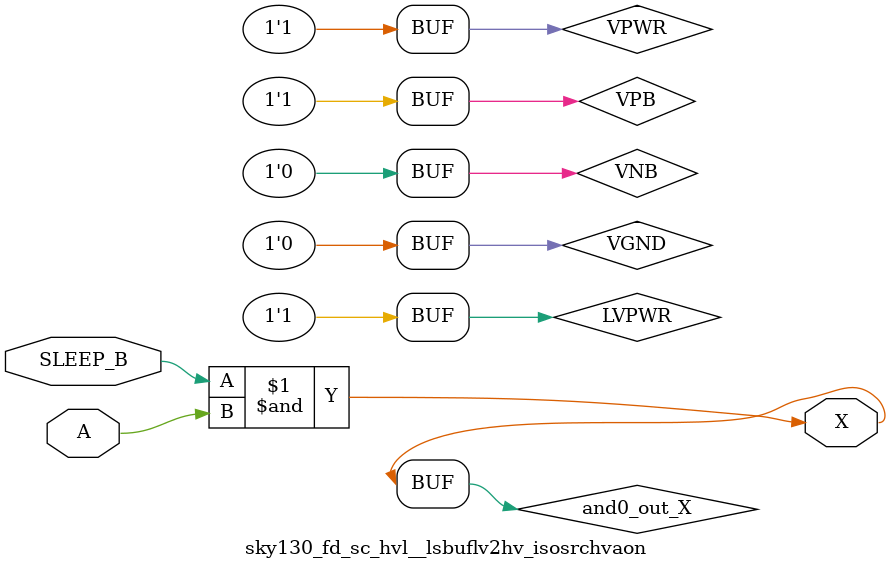
<source format=v>
/*
 * Copyright 2020 The SkyWater PDK Authors
 *
 * Licensed under the Apache License, Version 2.0 (the "License");
 * you may not use this file except in compliance with the License.
 * You may obtain a copy of the License at
 *
 *     https://www.apache.org/licenses/LICENSE-2.0
 *
 * Unless required by applicable law or agreed to in writing, software
 * distributed under the License is distributed on an "AS IS" BASIS,
 * WITHOUT WARRANTIES OR CONDITIONS OF ANY KIND, either express or implied.
 * See the License for the specific language governing permissions and
 * limitations under the License.
 *
 * SPDX-License-Identifier: Apache-2.0
*/


`ifndef SKY130_FD_SC_HVL__LSBUFLV2HV_ISOSRCHVAON_BEHAVIORAL_V
`define SKY130_FD_SC_HVL__LSBUFLV2HV_ISOSRCHVAON_BEHAVIORAL_V

/**
 * lsbuflv2hv_isosrchvaon: Level shift buffer, low voltage to high
 *                         voltage, isolated well on input buffer,
 *                         inverting sleep mode input, zero power
 *                         sleep mode.
 *
 * Verilog simulation functional model.
 */

`timescale 1ns / 1ps
`default_nettype none

`celldefine
module sky130_fd_sc_hvl__lsbuflv2hv_isosrchvaon (
    X      ,
    A      ,
    SLEEP_B
);

    // Module ports
    output X      ;
    input  A      ;
    input  SLEEP_B;

    // Module supplies
    supply1 VPWR ;
    supply0 VGND ;
    supply1 LVPWR;
    supply1 VPB  ;
    supply0 VNB  ;

    // Local signals
    wire SLEEP     ;
    wire and0_out_X;

    //  Name  Output      Other arguments
    not not0 (SLEEP     , SLEEP_B        );
    and and0 (and0_out_X, SLEEP_B, A     );
    buf buf0 (X         , and0_out_X     );

endmodule
`endcelldefine

`default_nettype wire
`endif  // SKY130_FD_SC_HVL__LSBUFLV2HV_ISOSRCHVAON_BEHAVIORAL_V
</source>
